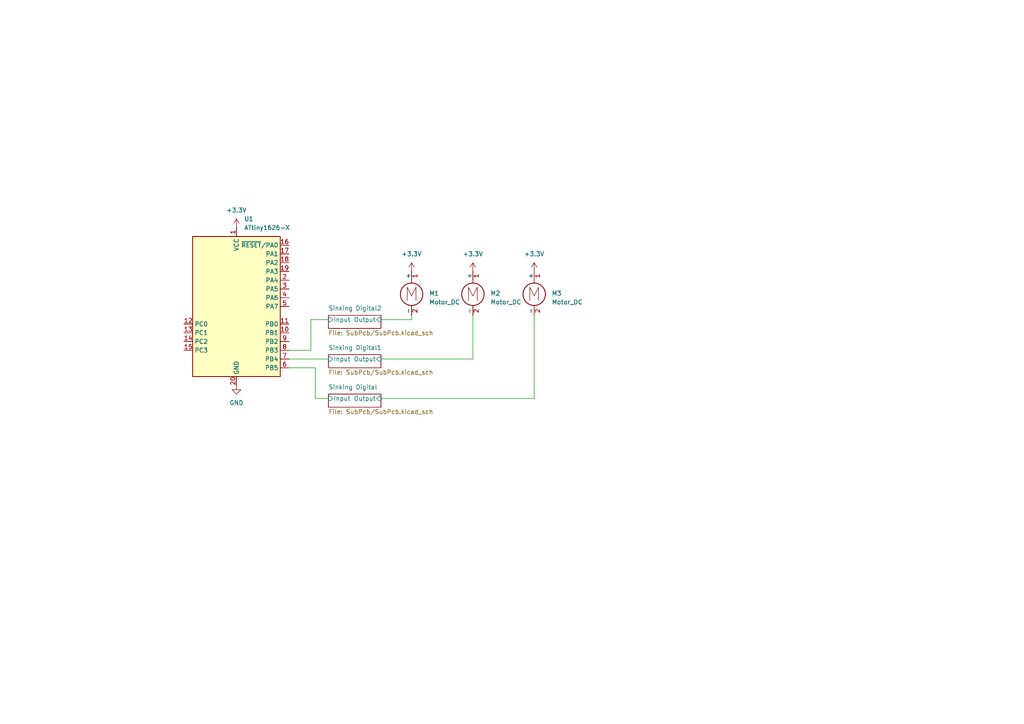
<source format=kicad_sch>
(kicad_sch (version 20231120) (generator "eeschema") (generator_version "8.0")
  (paper "A4")
  (lib_symbols
    (symbol "MCU_Microchip_ATtiny:ATtiny1626-X"
      (property "Reference" "U" (at -12.7 21.59 0))
      (property "Value" "ATtiny1626-X" (at 2.54 -21.59 0))
      (symbol "ATtiny1626-X_0_1"
        (rectangle (start -12.7 -20.32) (end 12.7 20.32) (stroke (width 0.254)) (fill (type background)))
      )
      (symbol "ATtiny1626-X_1_1"
        (pin power_in line (at 0 22.86 270) (length 2.54) (name "VCC") (number "1"))
        (pin bidirectional line (at 15.24 -7.62 180) (length 2.54) (name "PB1") (number "10"))
        (pin bidirectional line (at 15.24 -5.08 180) (length 2.54) (name "PB0") (number "11"))
        (pin bidirectional line (at -15.24 -5.08 0) (length 2.54) (name "PC0") (number "12"))
        (pin bidirectional line (at -15.24 -7.62 0) (length 2.54) (name "PC1") (number "13"))
        (pin bidirectional line (at -15.24 -10.16 0) (length 2.54) (name "PC2") (number "14"))
        (pin bidirectional line (at -15.24 -12.7 0) (length 2.54) (name "PC3") (number "15"))
        (pin bidirectional line (at 15.24 17.78 180) (length 2.54) (name "~{RESET}/PA0") (number "16"))
        (pin bidirectional line (at 15.24 15.24 180) (length 2.54) (name "PA1") (number "17"))
        (pin bidirectional line (at 15.24 12.7 180) (length 2.54) (name "PA2") (number "18"))
        (pin bidirectional line (at 15.24 10.16 180) (length 2.54) (name "PA3") (number "19"))
        (pin bidirectional line (at 15.24 7.62 180) (length 2.54) (name "PA4") (number "2"))
        (pin power_in line (at 0 -22.86 90) (length 2.54) (name "GND") (number "20"))
        (pin bidirectional line (at 15.24 5.08 180) (length 2.54) (name "PA5") (number "3"))
        (pin bidirectional line (at 15.24 2.54 180) (length 2.54) (name "PA6") (number "4"))
        (pin bidirectional line (at 15.24 0 180) (length 2.54) (name "PA7") (number "5"))
        (pin bidirectional line (at 15.24 -17.78 180) (length 2.54) (name "PB5") (number "6"))
        (pin bidirectional line (at 15.24 -15.24 180) (length 2.54) (name "PB4") (number "7"))
        (pin bidirectional line (at 15.24 -12.7 180) (length 2.54) (name "PB3") (number "8"))
        (pin bidirectional line (at 15.24 -10.16 180) (length 2.54) (name "PB2") (number "9"))
      )
    )
    (symbol "Motor:Motor_DC" (pin_names (offset 0))
      (property "Reference" "M" (at 2.54 2.54 0))
      (property "Value" "Motor_DC" (at 2.54 -5.08 0))
      (symbol "Motor_DC_0_0"
        (polyline (pts (xy -1.27 -3.302) (xy -1.27 0.508) (xy 0 -2.032) (xy 1.27 0.508) (xy 1.27 -3.302)))
      )
      (symbol "Motor_DC_0_1"
        (circle (center 0 -1.524) (radius 3.2512) (stroke (width 0.254)))
        (polyline (pts (xy 0 -7.62) (xy 0 -7.112)))
        (polyline (pts (xy 0 -4.7752) (xy 0 -5.1816)))
        (polyline (pts (xy 0 1.7272) (xy 0 2.0828)))
        (polyline (pts (xy 0 2.032) (xy 0 2.54)))
      )
      (symbol "Motor_DC_1_1"
        (pin passive line (at 0 5.08 270) (length 2.54) (name "+") (number "1"))
        (pin passive line (at 0 -7.62 90) (length 2.54) (name "-") (number "2"))
      )
    )
    (symbol "power:+3.3V" (power) (pin_numbers hide) (pin_names (offset 0) hide)
      (property "Value" "+3.3V" (at 0 3.556 0))
      (symbol "+3.3V_0_1"
        (polyline (pts (xy -0.762 1.27) (xy 0 2.54)))
        (polyline (pts (xy 0 0) (xy 0 2.54)))
        (polyline (pts (xy 0 2.54) (xy 0.762 1.27)))
      )
      (symbol "+3.3V_1_1"
        (pin power_in line (at 0 0 90) (length 0) (name "~") (number "1"))
      )
    )
    (symbol "power:GND" (power) (pin_numbers hide) (pin_names (offset 0) hide)
      (property "Value" "GND" (at 0 -3.81 0))
      (symbol "GND_0_1"
        (polyline (pts (xy 0 0) (xy 0 -1.27) (xy 1.27 -1.27) (xy 0 -2.54) (xy -1.27 -1.27) (xy 0 -1.27)))
      )
      (symbol "GND_1_1"
        (pin power_in line (at 0 0 270) (length 0) (name "~") (number "1"))
      )
    )
  )
  (wire (pts (xy 137.16 104.14) (xy 110.49 104.14)))
  (wire (pts (xy 83.82 104.14) (xy 95.25 104.14)))
  (wire (pts (xy 119.38 92.71) (xy 110.49 92.71)))
  (wire (pts (xy 90.17 92.71) (xy 90.17 101.6)))
  (wire (pts (xy 154.94 115.57) (xy 110.49 115.57)))
  (wire (pts (xy 154.94 91.44) (xy 154.94 115.57)))
  (wire (pts (xy 91.44 115.57) (xy 91.44 106.68)))
  (wire (pts (xy 137.16 91.44) (xy 137.16 104.14)))
  (wire (pts (xy 119.38 91.44) (xy 119.38 92.71)))
  (wire (pts (xy 95.25 92.71) (xy 90.17 92.71)))
  (wire (pts (xy 95.25 115.57) (xy 91.44 115.57)))
  (wire (pts (xy 91.44 106.68) (xy 83.82 106.68)))
  (wire (pts (xy 90.17 101.6) (xy 83.82 101.6)))
  (symbol (lib_id "power:GND") (at 68.58 111.76 0) (unit 1)
    (property "Reference" "#PWR02" (effects (hide yes)))
    (property "Value" "GND" (at 68.58 116.84 0))
    (property "Description" "Power symbol creates a global label with name \"GND\" , ground" (effects (hide yes)))
  )
  (symbol (lib_id "Motor:Motor_DC") (at 137.16 83.82 0) (unit 1)
    (property "Reference" "M2" (at 142.24 85.0899 0) (effects (justify left)))
    (property "Value" "Motor_DC" (at 142.24 87.6299 0) (effects (justify left)))
    (property "Footprint" "Connector_PinSocket_2.54mm:PinSocket_1x02_P2.54mm_Vertical" (effects (hide yes)))
    (property "Description" "DC Motor" (effects (hide yes)))
  )
  (symbol (lib_id "power:+3.3V") (at 68.58 66.04 0) (unit 1)
    (property "Reference" "#PWR01" (effects (hide yes)))
    (property "Value" "+3.3V" (at 68.58 60.96 0))
    (property "Description" "Power symbol creates a global label with name \"+3.3V\"" (effects (hide yes)))
  )
  (symbol (lib_id "Motor:Motor_DC") (at 154.94 83.82 0) (unit 1)
    (property "Reference" "M3" (at 160.02 85.0899 0) (effects (justify left)))
    (property "Value" "Motor_DC" (at 160.02 87.6299 0) (effects (justify left)))
    (property "Footprint" "Connector_PinSocket_2.54mm:PinSocket_1x02_P2.54mm_Vertical" (effects (hide yes)))
    (property "Description" "DC Motor" (effects (hide yes)))
  )
  (symbol (lib_id "power:+3.3V") (at 119.38 78.74 0) (unit 1)
    (property "Reference" "#PWR03" (effects (hide yes)))
    (property "Value" "+3.3V" (at 119.38 73.66 0))
    (property "Description" "Power symbol creates a global label with name \"+3.3V\"" (effects (hide yes)))
  )
  (symbol (lib_id "Motor:Motor_DC") (at 119.38 83.82 0) (unit 1)
    (property "Reference" "M1" (at 124.46 85.0899 0) (effects (justify left)))
    (property "Value" "Motor_DC" (at 124.46 87.6299 0) (effects (justify left)))
    (property "Footprint" "Connector_PinSocket_2.54mm:PinSocket_1x02_P2.54mm_Vertical" (effects (hide yes)))
    (property "Description" "DC Motor" (effects (hide yes)))
  )
  (symbol (lib_id "MCU_Microchip_ATtiny:ATtiny1626-X") (at 68.58 88.9 0) (unit 1)
    (property "Reference" "U1" (at 70.7741 63.5 0) (effects (justify left)))
    (property "Value" "ATtiny1626-X" (at 70.7741 66.04 0) (effects (justify left)))
    (property "Footprint" "Package_SO:SSOP-20_5.3x7.2mm_P0.65mm" (effects (hide yes)))
    (property "Datasheet" "https://ww1.microchip.com/downloads/en/DeviceDoc/ATtiny1624-26-27-DataSheet-DS40002234A.pdf" (effects (hide yes)))
    (property "Description" "20MHz, 16kB Flash, 2kB SRAM, 256B EEPROM, SSOP-20" (effects (hide yes)))
  )
  (symbol (lib_id "power:+3.3V") (at 154.94 78.74 0) (unit 1)
    (property "Reference" "#PWR05" (effects (hide yes)))
    (property "Value" "+3.3V" (at 154.94 73.66 0))
    (property "Description" "Power symbol creates a global label with name \"+3.3V\"" (effects (hide yes)))
  )
  (symbol (lib_id "power:+3.3V") (at 137.16 78.74 0) (unit 1)
    (property "Reference" "#PWR04" (effects (hide yes)))
    (property "Value" "+3.3V" (at 137.16 73.66 0))
    (property "Description" "Power symbol creates a global label with name \"+3.3V\"" (effects (hide yes)))
  )
  (sheet (at 95.25 114.3) (size 15.24 3.81) (stroke (width 0.1524))
    (property "Sheetname" "Sinking Digital" (at 95.25 113.03 0) (effects (justify left bottom)))
    (property "Sheetfile" "SubPcb/SubPcb.kicad_sch" (at 95.25 118.6946 0) (effects (justify left top)))
    (pin "Input" input (at 95.25 115.57 180))
    (pin "Output" input (at 110.49 115.57 0))
  )
  (sheet (at 95.25 91.44) (size 15.24 3.81) (stroke (width 0.1524))
    (property "Sheetname" "Sinking Digital2" (at 95.25 90.17 0) (effects (justify left bottom)))
    (property "Sheetfile" "SubPcb/SubPcb.kicad_sch" (at 95.25 95.8346 0) (effects (justify left top)))
    (pin "Input" input (at 95.25 92.71 180))
    (pin "Output" input (at 110.49 92.71 0))
  )
  (sheet (at 95.25 102.87) (size 15.24 3.81) (stroke (width 0.1524))
    (property "Sheetname" "Sinking Digital1" (at 95.25 101.6 0) (effects (justify left bottom)))
    (property "Sheetfile" "SubPcb/SubPcb.kicad_sch" (at 95.25 107.2646 0) (effects (justify left top)))
    (pin "Input" input (at 95.25 104.14 180))
    (pin "Output" input (at 110.49 104.14 0))
  )
)
</source>
